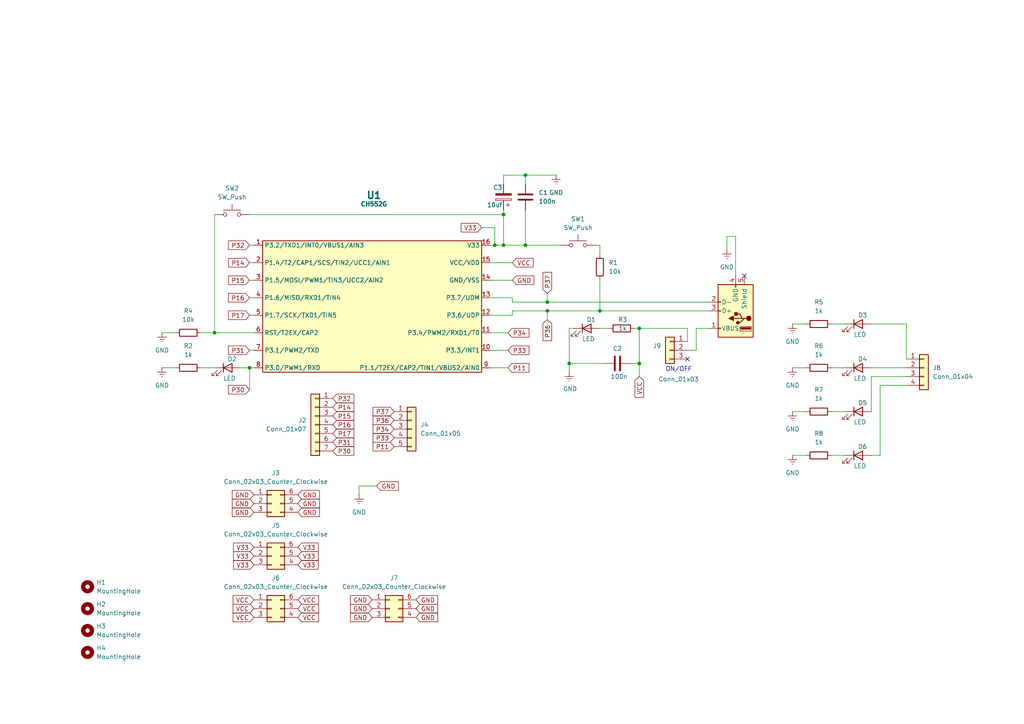
<source format=kicad_sch>
(kicad_sch (version 20231120) (generator "eeschema") (generator_version "8.0")
  (paper "A4")
  (lib_symbols
    (symbol "Connector:USB_A" (pin_names (offset 1.016))
      (property "Reference" "J" (at -5.08 11.43 0))
      (property "Value" "USB_A" (at -5.08 8.89 0))
      (symbol "USB_A_0_1"
        (rectangle (start -5.08 -7.62) (end 5.08 7.62) (stroke (width 0.254)) (fill (type background)))
        (circle (center -3.81 2.159) (radius 0.635) (stroke (width 0.254)) (fill (type outline)))
        (rectangle (start -1.524 4.826) (end -4.318 5.334) (fill (type outline)))
        (rectangle (start -1.27 4.572) (end -4.572 5.842))
        (circle (center -0.635 3.429) (radius 0.381) (stroke (width 0.254)) (fill (type outline)))
        (rectangle (start -0.127 -7.62) (end 0.127 -6.858))
        (polyline (pts (xy -3.175 2.159) (xy -2.54 2.159) (xy -1.27 3.429) (xy -0.635 3.429)) (stroke (width 0.254)))
        (polyline (pts (xy -2.54 2.159) (xy -1.905 2.159) (xy -1.27 0.889) (xy 0 0.889)) (stroke (width 0.254)))
        (polyline (pts (xy 0.635 2.794) (xy 0.635 1.524) (xy 1.905 2.159) (xy 0.635 2.794)) (stroke (width 0.254)) (fill (type outline)))
        (rectangle (start 0.254 1.27) (end -0.508 0.508) (stroke (width 0.254)) (fill (type outline)))
        (rectangle (start 5.08 -2.667) (end 4.318 -2.413))
        (rectangle (start 5.08 -0.127) (end 4.318 0.127))
        (rectangle (start 5.08 4.953) (end 4.318 5.207))
      )
      (symbol "USB_A_1_1"
        (polyline (pts (xy -1.905 2.159) (xy 0.635 2.159)) (stroke (width 0.254)))
        (pin power_in line (at 7.62 5.08 180) (length 2.54) (name "VBUS") (number "1"))
        (pin bidirectional line (at 7.62 -2.54 180) (length 2.54) (name "D-") (number "2"))
        (pin bidirectional line (at 7.62 0 180) (length 2.54) (name "D+") (number "3"))
        (pin power_in line (at 0 -10.16 90) (length 2.54) (name "GND") (number "4"))
        (pin passive line (at -2.54 -10.16 90) (length 2.54) (name "Shield") (number "5"))
      )
    )
    (symbol "Connector_Generic:Conn_01x03" (pin_names (offset 1.016) hide)
      (property "Reference" "J" (at 0 5.08 0))
      (property "Value" "Conn_01x03" (at 0 -5.08 0))
      (symbol "Conn_01x03_1_1"
        (rectangle (start -1.27 -2.413) (end 0 -2.667) (stroke (width 0.1524)))
        (rectangle (start -1.27 0.127) (end 0 -0.127) (stroke (width 0.1524)))
        (rectangle (start -1.27 2.667) (end 0 2.413) (stroke (width 0.1524)))
        (rectangle (start -1.27 3.81) (end 1.27 -3.81) (stroke (width 0.254)) (fill (type background)))
        (pin passive line (at -5.08 2.54 0) (length 3.81) (name "Pin_1") (number "1"))
        (pin passive line (at -5.08 0 0) (length 3.81) (name "Pin_2") (number "2"))
        (pin passive line (at -5.08 -2.54 0) (length 3.81) (name "Pin_3") (number "3"))
      )
    )
    (symbol "Connector_Generic:Conn_01x04" (pin_names (offset 1.016) hide)
      (property "Reference" "J" (at 0 5.08 0))
      (property "Value" "Conn_01x04" (at 0 -7.62 0))
      (symbol "Conn_01x04_1_1"
        (rectangle (start -1.27 -4.953) (end 0 -5.207) (stroke (width 0.1524)))
        (rectangle (start -1.27 -2.413) (end 0 -2.667) (stroke (width 0.1524)))
        (rectangle (start -1.27 0.127) (end 0 -0.127) (stroke (width 0.1524)))
        (rectangle (start -1.27 2.667) (end 0 2.413) (stroke (width 0.1524)))
        (rectangle (start -1.27 3.81) (end 1.27 -6.35) (stroke (width 0.254)) (fill (type background)))
        (pin passive line (at -5.08 2.54 0) (length 3.81) (name "Pin_1") (number "1"))
        (pin passive line (at -5.08 0 0) (length 3.81) (name "Pin_2") (number "2"))
        (pin passive line (at -5.08 -2.54 0) (length 3.81) (name "Pin_3") (number "3"))
        (pin passive line (at -5.08 -5.08 0) (length 3.81) (name "Pin_4") (number "4"))
      )
    )
    (symbol "Connector_Generic:Conn_01x05" (pin_names (offset 1.016) hide)
      (property "Reference" "J" (at 0 7.62 0))
      (property "Value" "Conn_01x05" (at 0 -7.62 0))
      (symbol "Conn_01x05_1_1"
        (rectangle (start -1.27 -4.953) (end 0 -5.207) (stroke (width 0.1524)))
        (rectangle (start -1.27 -2.413) (end 0 -2.667) (stroke (width 0.1524)))
        (rectangle (start -1.27 0.127) (end 0 -0.127) (stroke (width 0.1524)))
        (rectangle (start -1.27 2.667) (end 0 2.413) (stroke (width 0.1524)))
        (rectangle (start -1.27 5.207) (end 0 4.953) (stroke (width 0.1524)))
        (rectangle (start -1.27 6.35) (end 1.27 -6.35) (stroke (width 0.254)) (fill (type background)))
        (pin passive line (at -5.08 5.08 0) (length 3.81) (name "Pin_1") (number "1"))
        (pin passive line (at -5.08 2.54 0) (length 3.81) (name "Pin_2") (number "2"))
        (pin passive line (at -5.08 0 0) (length 3.81) (name "Pin_3") (number "3"))
        (pin passive line (at -5.08 -2.54 0) (length 3.81) (name "Pin_4") (number "4"))
        (pin passive line (at -5.08 -5.08 0) (length 3.81) (name "Pin_5") (number "5"))
      )
    )
    (symbol "Connector_Generic:Conn_01x07" (pin_names (offset 1.016) hide)
      (property "Reference" "J" (at 0 10.16 0))
      (property "Value" "Conn_01x07" (at 0 -10.16 0))
      (symbol "Conn_01x07_1_1"
        (rectangle (start -1.27 -7.493) (end 0 -7.747) (stroke (width 0.1524)))
        (rectangle (start -1.27 -4.953) (end 0 -5.207) (stroke (width 0.1524)))
        (rectangle (start -1.27 -2.413) (end 0 -2.667) (stroke (width 0.1524)))
        (rectangle (start -1.27 0.127) (end 0 -0.127) (stroke (width 0.1524)))
        (rectangle (start -1.27 2.667) (end 0 2.413) (stroke (width 0.1524)))
        (rectangle (start -1.27 5.207) (end 0 4.953) (stroke (width 0.1524)))
        (rectangle (start -1.27 7.747) (end 0 7.493) (stroke (width 0.1524)))
        (rectangle (start -1.27 8.89) (end 1.27 -8.89) (stroke (width 0.254)) (fill (type background)))
        (pin passive line (at -5.08 7.62 0) (length 3.81) (name "Pin_1") (number "1"))
        (pin passive line (at -5.08 5.08 0) (length 3.81) (name "Pin_2") (number "2"))
        (pin passive line (at -5.08 2.54 0) (length 3.81) (name "Pin_3") (number "3"))
        (pin passive line (at -5.08 0 0) (length 3.81) (name "Pin_4") (number "4"))
        (pin passive line (at -5.08 -2.54 0) (length 3.81) (name "Pin_5") (number "5"))
        (pin passive line (at -5.08 -5.08 0) (length 3.81) (name "Pin_6") (number "6"))
        (pin passive line (at -5.08 -7.62 0) (length 3.81) (name "Pin_7") (number "7"))
      )
    )
    (symbol "Connector_Generic:Conn_02x03_Counter_Clockwise" (pin_names (offset 1.016) hide)
      (property "Reference" "J" (at 1.27 5.08 0))
      (property "Value" "Conn_02x03_Counter_Clockwise" (at 1.27 -5.08 0))
      (symbol "Conn_02x03_Counter_Clockwise_1_1"
        (rectangle (start -1.27 -2.413) (end 0 -2.667) (stroke (width 0.1524)))
        (rectangle (start -1.27 0.127) (end 0 -0.127) (stroke (width 0.1524)))
        (rectangle (start -1.27 2.667) (end 0 2.413) (stroke (width 0.1524)))
        (rectangle (start -1.27 3.81) (end 3.81 -3.81) (stroke (width 0.254)) (fill (type background)))
        (rectangle (start 3.81 -2.413) (end 2.54 -2.667) (stroke (width 0.1524)))
        (rectangle (start 3.81 0.127) (end 2.54 -0.127) (stroke (width 0.1524)))
        (rectangle (start 3.81 2.667) (end 2.54 2.413) (stroke (width 0.1524)))
        (pin passive line (at -5.08 2.54 0) (length 3.81) (name "Pin_1") (number "1"))
        (pin passive line (at -5.08 0 0) (length 3.81) (name "Pin_2") (number "2"))
        (pin passive line (at -5.08 -2.54 0) (length 3.81) (name "Pin_3") (number "3"))
        (pin passive line (at 7.62 -2.54 180) (length 3.81) (name "Pin_4") (number "4"))
        (pin passive line (at 7.62 0 180) (length 3.81) (name "Pin_5") (number "5"))
        (pin passive line (at 7.62 2.54 180) (length 3.81) (name "Pin_6") (number "6"))
      )
    )
    (symbol "Device:C" (pin_numbers hide) (pin_names (offset 0.254))
      (property "Reference" "C" (at 0.635 2.54 0))
      (property "Value" "C" (at 0.635 -2.54 0))
      (symbol "C_0_1"
        (polyline (pts (xy -2.032 -0.762) (xy 2.032 -0.762)) (stroke (width 0.508)))
        (polyline (pts (xy -2.032 0.762) (xy 2.032 0.762)) (stroke (width 0.508)))
      )
      (symbol "C_1_1"
        (pin passive line (at 0 3.81 270) (length 2.794) (name "~") (number "1"))
        (pin passive line (at 0 -3.81 90) (length 2.794) (name "~") (number "2"))
      )
    )
    (symbol "Device:C_Polarized" (pin_numbers hide) (pin_names (offset 0.254))
      (property "Reference" "C" (at 0.635 2.54 0))
      (property "Value" "C_Polarized" (at 0.635 -2.54 0))
      (symbol "C_Polarized_0_1"
        (rectangle (start -2.286 0.508) (end 2.286 1.016))
        (polyline (pts (xy -1.778 2.286) (xy -0.762 2.286)))
        (polyline (pts (xy -1.27 2.794) (xy -1.27 1.778)))
        (rectangle (start 2.286 -0.508) (end -2.286 -1.016) (fill (type outline)))
      )
      (symbol "C_Polarized_1_1"
        (pin passive line (at 0 3.81 270) (length 2.794) (name "~") (number "1"))
        (pin passive line (at 0 -3.81 90) (length 2.794) (name "~") (number "2"))
      )
    )
    (symbol "Device:LED" (pin_numbers hide) (pin_names (offset 1.016) hide)
      (property "Reference" "D" (at 0 2.54 0))
      (property "Value" "LED" (at 0 -2.54 0))
      (symbol "LED_0_1"
        (polyline (pts (xy -1.27 -1.27) (xy -1.27 1.27)) (stroke (width 0.254)))
        (polyline (pts (xy -1.27 0) (xy 1.27 0)))
        (polyline (pts (xy 1.27 -1.27) (xy 1.27 1.27) (xy -1.27 0) (xy 1.27 -1.27)) (stroke (width 0.254)))
        (polyline (pts (xy -3.048 -0.762) (xy -4.572 -2.286) (xy -3.81 -2.286) (xy -4.572 -2.286) (xy -4.572 -1.524)))
        (polyline (pts (xy -1.778 -0.762) (xy -3.302 -2.286) (xy -2.54 -2.286) (xy -3.302 -2.286) (xy -3.302 -1.524)))
      )
      (symbol "LED_1_1"
        (pin passive line (at -3.81 0 0) (length 2.54) (name "K") (number "1"))
        (pin passive line (at 3.81 0 180) (length 2.54) (name "A") (number "2"))
      )
    )
    (symbol "Device:R" (pin_numbers hide) (pin_names (offset 0))
      (property "Reference" "R" (at 2.032 0 90))
      (property "Value" "R" (at 0 0 90))
      (symbol "R_0_1"
        (rectangle (start -1.016 -2.54) (end 1.016 2.54) (stroke (width 0.254)))
      )
      (symbol "R_1_1"
        (pin passive line (at 0 3.81 270) (length 1.27) (name "~") (number "1"))
        (pin passive line (at 0 -3.81 90) (length 1.27) (name "~") (number "2"))
      )
    )
    (symbol "Mechanical:MountingHole" (pin_names (offset 1.016)) (exclude_from_sim yes) (in_bom no)
      (property "Reference" "H" (at 0 5.08 0))
      (property "Value" "MountingHole" (at 0 3.175 0))
      (symbol "MountingHole_0_1"
        (circle (center 0 0) (radius 1.27) (stroke (width 1.27)))
      )
    )
    (symbol "Switch:SW_Push" (pin_numbers hide) (pin_names (offset 1.016) hide)
      (property "Reference" "SW" (at 1.27 2.54 0))
      (property "Value" "SW_Push" (at 0 -1.524 0))
      (symbol "SW_Push_0_1"
        (circle (center -2.032 0) (radius 0.508))
        (polyline (pts (xy 0 1.27) (xy 0 3.048)))
        (polyline (pts (xy 2.54 1.27) (xy -2.54 1.27)))
        (circle (center 2.032 0) (radius 0.508))
        (pin passive line (at -5.08 0 0) (length 2.54) (name "1") (number "1"))
        (pin passive line (at 5.08 0 180) (length 2.54) (name "2") (number "2"))
      )
    )
    (symbol "ch552g:CH552G"
      (property "Reference" "IC" (at 2.0066 -6.35 0))
      (property "Value" "CH552G" (at -3.81 13.97 0))
      (symbol "CH552G_0_1"
        (rectangle (start -31.75 12.7) (end 31.75 -25.4) (stroke (width 0.254)) (fill (type background)))
      )
      (symbol "CH552G_1_1"
        (pin bidirectional line (at -34.29 11.43 0) (length 2.54) (name "P3.2/TXD1/INT0/VBUS1/AIN3") (number "1"))
        (pin bidirectional line (at 34.29 -19.05 180) (length 2.54) (name "P3.3/INT1") (number "10"))
        (pin bidirectional line (at 34.29 -13.97 180) (length 2.54) (name "P3.4/PWM2/RXD1/T0") (number "11"))
        (pin bidirectional line (at 34.29 -8.89 180) (length 2.54) (name "P3.6/UDP") (number "12"))
        (pin bidirectional line (at 34.29 -3.81 180) (length 2.54) (name "P3.7/UDM") (number "13"))
        (pin power_in line (at 34.29 1.27 180) (length 2.54) (name "GND/VSS") (number "14"))
        (pin power_in line (at 34.29 6.35 180) (length 2.54) (name "VCC/VDD") (number "15"))
        (pin power_in line (at 34.29 11.43 180) (length 2.54) (name "V33") (number "16"))
        (pin bidirectional line (at -34.29 6.35 0) (length 2.54) (name "P1.4/T2/CAP1/SCS/TIN2/UCC1/AIN1") (number "2"))
        (pin bidirectional line (at -34.29 1.27 0) (length 2.54) (name "P1.5/MOSI/PWM1/TIN3/UCC2/AIN2") (number "3"))
        (pin bidirectional line (at -34.29 -3.81 0) (length 2.54) (name "P1.6/MISO/RXD1/TIN4") (number "4"))
        (pin bidirectional line (at -34.29 -8.89 0) (length 2.54) (name "P1.7/SCK/TXD1/TIN5") (number "5"))
        (pin bidirectional line (at -34.29 -13.97 0) (length 2.54) (name "RST/T2EX/CAP2") (number "6"))
        (pin bidirectional line (at -34.29 -19.05 0) (length 2.54) (name "P3.1/PWM2/TXD") (number "7"))
        (pin bidirectional line (at -34.29 -24.13 0) (length 2.54) (name "P3.0/PWM1/RXD") (number "8"))
        (pin bidirectional line (at 34.29 -24.13 180) (length 2.54) (name "P1.1/T2EX/CAP2/TIN1/VBUS2/AIN0") (number "9"))
      )
    )
    (symbol "power:GNDREF" (power) (pin_numbers hide) (pin_names (offset 0) hide)
      (property "Value" "GNDREF" (at 0 -3.81 0))
      (symbol "GNDREF_0_1"
        (polyline (pts (xy -0.635 -1.905) (xy 0.635 -1.905)))
        (polyline (pts (xy -0.127 -2.54) (xy 0.127 -2.54)))
        (polyline (pts (xy 0 -1.27) (xy 0 0)))
        (polyline (pts (xy 1.27 -1.27) (xy -1.27 -1.27)))
      )
      (symbol "GNDREF_1_1"
        (pin power_in line (at 0 0 270) (length 0) (name "~") (number "1"))
      )
    )
  )
  (junction (at 62.23 96.52))
  (junction (at 158.75 87.63))
  (junction (at 165.1 105.41))
  (junction (at 146.05 62.23))
  (junction (at 72.39 106.68))
  (junction (at 173.99 90.17))
  (junction (at 146.05 71.12))
  (junction (at 143.51 71.12))
  (junction (at 185.42 95.25))
  (junction (at 152.4 50.8))
  (junction (at 158.75 90.17))
  (junction (at 185.42 105.41))
  (junction (at 152.4 71.12))
  (no_connect (at 199.39 104.14))
  (no_connect (at 215.9 80.01))
  (wire (pts (xy 104.14 140.97) (xy 109.22 140.97)))
  (wire (pts (xy 262.89 93.98) (xy 262.89 104.14)))
  (wire (pts (xy 147.32 96.52) (xy 142.24 96.52)))
  (wire (pts (xy 72.39 62.23) (xy 146.05 62.23)))
  (wire (pts (xy 142.24 81.28) (xy 148.59 81.28)))
  (wire (pts (xy 213.36 68.58) (xy 213.36 80.01)))
  (wire (pts (xy 158.75 85.09) (xy 158.75 87.63)))
  (wire (pts (xy 46.99 96.52) (xy 50.8 96.52)))
  (wire (pts (xy 62.23 62.23) (xy 62.23 96.52)))
  (wire (pts (xy 241.3 106.68) (xy 245.11 106.68)))
  (wire (pts (xy 173.99 71.12) (xy 173.99 73.66)))
  (wire (pts (xy 166.37 95.25) (xy 165.1 95.25)))
  (wire (pts (xy 205.74 87.63) (xy 158.75 87.63)))
  (wire (pts (xy 172.72 71.12) (xy 173.99 71.12)))
  (wire (pts (xy 148.59 90.17) (xy 148.59 91.44)))
  (wire (pts (xy 148.59 87.63) (xy 148.59 86.36)))
  (wire (pts (xy 255.27 111.76) (xy 255.27 132.08)))
  (wire (pts (xy 182.88 105.41) (xy 185.42 105.41)))
  (wire (pts (xy 146.05 60.96) (xy 146.05 62.23)))
  (wire (pts (xy 173.99 90.17) (xy 158.75 90.17)))
  (wire (pts (xy 184.15 95.25) (xy 185.42 95.25)))
  (wire (pts (xy 255.27 132.08) (xy 252.73 132.08)))
  (wire (pts (xy 146.05 53.34) (xy 146.05 50.8)))
  (wire (pts (xy 229.87 119.38) (xy 233.68 119.38)))
  (wire (pts (xy 152.4 53.34) (xy 152.4 50.8)))
  (wire (pts (xy 148.59 86.36) (xy 142.24 86.36)))
  (wire (pts (xy 229.87 93.98) (xy 233.68 93.98)))
  (wire (pts (xy 201.93 95.25) (xy 205.74 95.25)))
  (wire (pts (xy 262.89 111.76) (xy 255.27 111.76)))
  (wire (pts (xy 152.4 71.12) (xy 162.56 71.12)))
  (wire (pts (xy 72.39 101.6) (xy 73.66 101.6)))
  (wire (pts (xy 262.89 109.22) (xy 252.73 109.22)))
  (wire (pts (xy 201.93 101.6) (xy 201.93 95.25)))
  (wire (pts (xy 158.75 92.71) (xy 158.75 90.17)))
  (wire (pts (xy 69.85 106.68) (xy 72.39 106.68)))
  (wire (pts (xy 252.73 109.22) (xy 252.73 119.38)))
  (wire (pts (xy 139.7 66.04) (xy 143.51 66.04)))
  (wire (pts (xy 229.87 106.68) (xy 233.68 106.68)))
  (wire (pts (xy 165.1 105.41) (xy 165.1 107.95)))
  (wire (pts (xy 46.99 106.68) (xy 50.8 106.68)))
  (wire (pts (xy 148.59 91.44) (xy 142.24 91.44)))
  (wire (pts (xy 252.73 93.98) (xy 262.89 93.98)))
  (wire (pts (xy 158.75 90.17) (xy 148.59 90.17)))
  (wire (pts (xy 62.23 96.52) (xy 73.66 96.52)))
  (wire (pts (xy 158.75 87.63) (xy 148.59 87.63)))
  (wire (pts (xy 199.39 99.06) (xy 199.39 95.25)))
  (wire (pts (xy 72.39 106.68) (xy 73.66 106.68)))
  (wire (pts (xy 58.42 96.52) (xy 62.23 96.52)))
  (wire (pts (xy 72.39 76.2) (xy 73.66 76.2)))
  (wire (pts (xy 142.24 76.2) (xy 148.59 76.2)))
  (wire (pts (xy 146.05 62.23) (xy 146.05 71.12)))
  (wire (pts (xy 72.39 91.44) (xy 73.66 91.44)))
  (wire (pts (xy 241.3 132.08) (xy 245.11 132.08)))
  (wire (pts (xy 147.32 101.6) (xy 142.24 101.6)))
  (wire (pts (xy 241.3 119.38) (xy 245.11 119.38)))
  (wire (pts (xy 72.39 86.36) (xy 73.66 86.36)))
  (wire (pts (xy 213.36 68.58) (xy 210.82 68.58)))
  (wire (pts (xy 185.42 95.25) (xy 185.42 105.41)))
  (wire (pts (xy 152.4 60.96) (xy 152.4 71.12)))
  (wire (pts (xy 252.73 106.68) (xy 262.89 106.68)))
  (wire (pts (xy 143.51 66.04) (xy 143.51 71.12)))
  (wire (pts (xy 199.39 101.6) (xy 201.93 101.6)))
  (wire (pts (xy 229.87 132.08) (xy 233.68 132.08)))
  (wire (pts (xy 104.14 143.51) (xy 104.14 140.97)))
  (wire (pts (xy 210.82 68.58) (xy 210.82 72.39)))
  (wire (pts (xy 72.39 106.68) (xy 72.39 113.03)))
  (wire (pts (xy 175.26 105.41) (xy 165.1 105.41)))
  (wire (pts (xy 72.39 71.12) (xy 73.66 71.12)))
  (wire (pts (xy 146.05 71.12) (xy 152.4 71.12)))
  (wire (pts (xy 205.74 90.17) (xy 173.99 90.17)))
  (wire (pts (xy 165.1 95.25) (xy 165.1 105.41)))
  (wire (pts (xy 146.05 50.8) (xy 152.4 50.8)))
  (wire (pts (xy 185.42 109.22) (xy 185.42 105.41)))
  (wire (pts (xy 72.39 81.28) (xy 73.66 81.28)))
  (wire (pts (xy 152.4 50.8) (xy 161.29 50.8)))
  (wire (pts (xy 241.3 93.98) (xy 245.11 93.98)))
  (wire (pts (xy 143.51 71.12) (xy 146.05 71.12)))
  (wire (pts (xy 58.42 106.68) (xy 62.23 106.68)))
  (wire (pts (xy 173.99 95.25) (xy 176.53 95.25)))
  (wire (pts (xy 147.32 106.68) (xy 142.24 106.68)))
  (wire (pts (xy 142.24 71.12) (xy 143.51 71.12)))
  (wire (pts (xy 173.99 81.28) (xy 173.99 90.17)))
  (wire (pts (xy 185.42 95.25) (xy 199.39 95.25)))
  (text "ON/OFF" (at 196.85 107.188 0) (effects (font (size 1.27 1.27))))
  (global_label "V33" (shape input) (at 139.7 66.04 180) (property "Intersheetrefs" "${INTERSHEET_REFS}" (effects (hide yes))))
  (global_label "GND" (shape input) (at 73.66 143.51 180) (property "Intersheetrefs" "${INTERSHEET_REFS}" (effects (hide yes))))
  (global_label "GND" (shape input) (at 120.65 179.07 0) (property "Intersheetrefs" "${INTERSHEET_REFS}" (effects (hide yes))))
  (global_label "P32" (shape input) (at 72.39 71.12 180) (property "Intersheetrefs" "${INTERSHEET_REFS}" (effects (hide yes))))
  (global_label "GND" (shape input) (at 107.95 176.53 180) (property "Intersheetrefs" "${INTERSHEET_REFS}" (effects (hide yes))))
  (global_label "P36" (shape input) (at 114.3 121.92 180) (property "Intersheetrefs" "${INTERSHEET_REFS}" (effects (hide yes))))
  (global_label "V33" (shape input) (at 73.66 163.83 180) (property "Intersheetrefs" "${INTERSHEET_REFS}" (effects (hide yes))))
  (global_label "P33" (shape input) (at 147.32 101.6 0) (property "Intersheetrefs" "${INTERSHEET_REFS}" (effects (hide yes))))
  (global_label "V33" (shape input) (at 73.66 158.75 180) (property "Intersheetrefs" "${INTERSHEET_REFS}" (effects (hide yes))))
  (global_label "VCC" (shape input) (at 148.59 76.2 0) (property "Intersheetrefs" "${INTERSHEET_REFS}" (effects (hide yes))))
  (global_label "P16" (shape input) (at 96.52 123.19 0) (property "Intersheetrefs" "${INTERSHEET_REFS}" (effects (hide yes))))
  (global_label "P11" (shape input) (at 147.32 106.68 0) (property "Intersheetrefs" "${INTERSHEET_REFS}" (effects (hide yes))))
  (global_label "P32" (shape input) (at 96.52 115.57 0) (property "Intersheetrefs" "${INTERSHEET_REFS}" (effects (hide yes))))
  (global_label "P33" (shape input) (at 114.3 127 180) (property "Intersheetrefs" "${INTERSHEET_REFS}" (effects (hide yes))))
  (global_label "GND" (shape input) (at 148.59 81.28 0) (property "Intersheetrefs" "${INTERSHEET_REFS}" (effects (hide yes))))
  (global_label "GND" (shape input) (at 86.36 148.59 0) (property "Intersheetrefs" "${INTERSHEET_REFS}" (effects (hide yes))))
  (global_label "VCC" (shape input) (at 185.42 109.22 270) (property "Intersheetrefs" "${INTERSHEET_REFS}" (effects (hide yes))))
  (global_label "GND" (shape input) (at 73.66 148.59 180) (property "Intersheetrefs" "${INTERSHEET_REFS}" (effects (hide yes))))
  (global_label "GND" (shape input) (at 73.66 146.05 180) (property "Intersheetrefs" "${INTERSHEET_REFS}" (effects (hide yes))))
  (global_label "GND" (shape input) (at 107.95 179.07 180) (property "Intersheetrefs" "${INTERSHEET_REFS}" (effects (hide yes))))
  (global_label "P15" (shape input) (at 96.52 120.65 0) (property "Intersheetrefs" "${INTERSHEET_REFS}" (effects (hide yes))))
  (global_label "P15" (shape input) (at 72.39 81.28 180) (property "Intersheetrefs" "${INTERSHEET_REFS}" (effects (hide yes))))
  (global_label "VCC" (shape input) (at 86.36 173.99 0) (property "Intersheetrefs" "${INTERSHEET_REFS}" (effects (hide yes))))
  (global_label "P11" (shape input) (at 114.3 129.54 180) (property "Intersheetrefs" "${INTERSHEET_REFS}" (effects (hide yes))))
  (global_label "P17" (shape input) (at 96.52 125.73 0) (property "Intersheetrefs" "${INTERSHEET_REFS}" (effects (hide yes))))
  (global_label "P36" (shape input) (at 158.75 92.71 270) (property "Intersheetrefs" "${INTERSHEET_REFS}" (effects (hide yes))))
  (global_label "P14" (shape input) (at 72.39 76.2 180) (property "Intersheetrefs" "${INTERSHEET_REFS}" (effects (hide yes))))
  (global_label "GND" (shape input) (at 86.36 146.05 0) (property "Intersheetrefs" "${INTERSHEET_REFS}" (effects (hide yes))))
  (global_label "P37" (shape input) (at 158.75 85.09 90) (property "Intersheetrefs" "${INTERSHEET_REFS}" (effects (hide yes))))
  (global_label "VCC" (shape input) (at 86.36 179.07 0) (property "Intersheetrefs" "${INTERSHEET_REFS}" (effects (hide yes))))
  (global_label "P34" (shape input) (at 114.3 124.46 180) (property "Intersheetrefs" "${INTERSHEET_REFS}" (effects (hide yes))))
  (global_label "P30" (shape input) (at 96.52 130.81 0) (property "Intersheetrefs" "${INTERSHEET_REFS}" (effects (hide yes))))
  (global_label "VCC" (shape input) (at 73.66 176.53 180) (property "Intersheetrefs" "${INTERSHEET_REFS}" (effects (hide yes))))
  (global_label "VCC" (shape input) (at 73.66 179.07 180) (property "Intersheetrefs" "${INTERSHEET_REFS}" (effects (hide yes))))
  (global_label "P30" (shape input) (at 72.39 113.03 180) (property "Intersheetrefs" "${INTERSHEET_REFS}" (effects (hide yes))))
  (global_label "V33" (shape input) (at 86.36 161.29 0) (property "Intersheetrefs" "${INTERSHEET_REFS}" (effects (hide yes))))
  (global_label "VCC" (shape input) (at 73.66 173.99 180) (property "Intersheetrefs" "${INTERSHEET_REFS}" (effects (hide yes))))
  (global_label "GND" (shape input) (at 120.65 176.53 0) (property "Intersheetrefs" "${INTERSHEET_REFS}" (effects (hide yes))))
  (global_label "V33" (shape input) (at 73.66 161.29 180) (property "Intersheetrefs" "${INTERSHEET_REFS}" (effects (hide yes))))
  (global_label "P14" (shape input) (at 96.52 118.11 0) (property "Intersheetrefs" "${INTERSHEET_REFS}" (effects (hide yes))))
  (global_label "GND" (shape input) (at 120.65 173.99 0) (property "Intersheetrefs" "${INTERSHEET_REFS}" (effects (hide yes))))
  (global_label "P37" (shape input) (at 114.3 119.38 180) (property "Intersheetrefs" "${INTERSHEET_REFS}" (effects (hide yes))))
  (global_label "P34" (shape input) (at 147.32 96.52 0) (property "Intersheetrefs" "${INTERSHEET_REFS}" (effects (hide yes))))
  (global_label "P17" (shape input) (at 72.39 91.44 180) (property "Intersheetrefs" "${INTERSHEET_REFS}" (effects (hide yes))))
  (global_label "GND" (shape input) (at 86.36 143.51 0) (property "Intersheetrefs" "${INTERSHEET_REFS}" (effects (hide yes))))
  (global_label "P16" (shape input) (at 72.39 86.36 180) (property "Intersheetrefs" "${INTERSHEET_REFS}" (effects (hide yes))))
  (global_label "P31" (shape input) (at 96.52 128.27 0) (property "Intersheetrefs" "${INTERSHEET_REFS}" (effects (hide yes))))
  (global_label "V33" (shape input) (at 86.36 163.83 0) (property "Intersheetrefs" "${INTERSHEET_REFS}" (effects (hide yes))))
  (global_label "V33" (shape input) (at 86.36 158.75 0) (property "Intersheetrefs" "${INTERSHEET_REFS}" (effects (hide yes))))
  (global_label "GND" (shape input) (at 107.95 173.99 180) (property "Intersheetrefs" "${INTERSHEET_REFS}" (effects (hide yes))))
  (global_label "P31" (shape input) (at 72.39 101.6 180) (property "Intersheetrefs" "${INTERSHEET_REFS}" (effects (hide yes))))
  (global_label "VCC" (shape input) (at 86.36 176.53 0) (property "Intersheetrefs" "${INTERSHEET_REFS}" (effects (hide yes))))
  (global_label "GND" (shape input) (at 109.22 140.97 0) (property "Intersheetrefs" "${INTERSHEET_REFS}" (effects (hide yes))))
  (symbol (lib_id "Device:R") (at 54.61 96.52 90) (unit 1)
    (property "Reference" "R4" (at 54.61 90.17 90))
    (property "Value" "10k" (at 54.61 92.71 90))
    (property "Footprint" "Resistor_SMD:R_0805_2012Metric_Pad1.20x1.40mm_HandSolder" (effects (hide yes)))
    (property "Description" "Resistor" (effects (hide yes)))
  )
  (symbol (lib_id "Device:LED") (at 248.92 106.68 0) (unit 1)
    (property "Reference" "D4" (at 250.19 104.14 0))
    (property "Value" "LED" (at 249.428 109.728 0))
    (property "Footprint" "LED_SMD:LED_0805_2012Metric_Pad1.15x1.40mm_HandSolder" (effects (hide yes)))
    (property "Description" "Light emitting diode" (effects (hide yes)))
  )
  (symbol (lib_id "Device:C") (at 179.07 105.41 90) (unit 1)
    (property "Reference" "C2" (at 179.07 101.092 90))
    (property "Value" "100n" (at 179.578 109.22 90))
    (property "Footprint" "Capacitor_SMD:C_1206_3216Metric_Pad1.33x1.80mm_HandSolder" (effects (hide yes)))
    (property "Description" "Unpolarized capacitor" (effects (hide yes)))
  )
  (symbol (lib_id "Connector_Generic:Conn_02x03_Counter_Clockwise") (at 78.74 176.53 0) (unit 1)
    (property "Reference" "J6" (at 80.01 167.64 0))
    (property "Value" "Conn_02x03_Counter_Clockwise" (at 80.01 170.18 0))
    (property "Footprint" "Connector_PinHeader_2.54mm:PinHeader_2x03_P2.54mm_Vertical" (effects (hide yes)))
    (property "Description" "Generic connector, double row, 02x03, counter clockwise pin numbering scheme (similar to DIP package numbering), script generated (kicad-library-utils/schlib/autogen/connector/)" (effects (hide yes)))
  )
  (symbol (lib_id "Device:C") (at 152.4 57.15 0) (unit 1)
    (property "Reference" "C1" (at 156.21 55.8799 0) (effects (justify left)))
    (property "Value" "100n" (at 156.21 58.4199 0) (effects (justify left)))
    (property "Footprint" "Capacitor_SMD:C_1206_3216Metric_Pad1.33x1.80mm_HandSolder" (effects (hide yes)))
    (property "Description" "Unpolarized capacitor" (effects (hide yes)))
  )
  (symbol (lib_id "Mechanical:MountingHole") (at 25.4 189.23 0) (unit 1) (exclude_from_sim yes) (in_bom no)
    (property "Reference" "H4" (at 27.94 187.9599 0) (effects (justify left)))
    (property "Value" "MountingHole" (at 27.94 190.4999 0) (effects (justify left)))
    (property "Footprint" "MountingHole:MountingHole_3mm" (effects (hide yes)))
    (property "Description" "Mounting Hole without connection" (effects (hide yes)))
  )
  (symbol (lib_id "Device:LED") (at 248.92 119.38 0) (unit 1)
    (property "Reference" "D5" (at 250.19 116.84 0))
    (property "Value" "LED" (at 249.428 122.428 0))
    (property "Footprint" "LED_SMD:LED_0805_2012Metric_Pad1.15x1.40mm_HandSolder" (effects (hide yes)))
    (property "Description" "Light emitting diode" (effects (hide yes)))
  )
  (symbol (lib_id "Device:R") (at 180.34 95.25 90) (unit 1)
    (property "Reference" "R3" (at 180.594 92.71 90))
    (property "Value" "1k" (at 180.594 95.25 90))
    (property "Footprint" "Resistor_SMD:R_0805_2012Metric_Pad1.20x1.40mm_HandSolder" (effects (hide yes)))
    (property "Description" "Resistor" (effects (hide yes)))
  )
  (symbol (lib_id "Mechanical:MountingHole") (at 25.4 176.53 0) (unit 1) (exclude_from_sim yes) (in_bom no)
    (property "Reference" "H2" (at 27.94 175.2599 0) (effects (justify left)))
    (property "Value" "MountingHole" (at 27.94 177.7999 0) (effects (justify left)))
    (property "Footprint" "MountingHole:MountingHole_3mm" (effects (hide yes)))
    (property "Description" "Mounting Hole without connection" (effects (hide yes)))
  )
  (symbol (lib_id "Switch:SW_Push") (at 167.64 71.12 0) (unit 1)
    (property "Reference" "SW1" (at 167.64 63.5 0))
    (property "Value" "SW_Push" (at 167.64 66.04 0))
    (property "Footprint" "Button_Switch_THT:SW_PUSH_6mm_H4.3mm" (effects (hide yes)))
    (property "Description" "Push button switch, generic, two pins" (effects (hide yes)))
  )
  (symbol (lib_id "power:GNDREF") (at 229.87 106.68 0) (unit 1)
    (property "Reference" "#PWR08" (effects (hide yes)))
    (property "Value" "GND" (at 229.87 111.76 0))
    (property "Description" "Power symbol creates a global label with name \"GNDREF\" , reference supply ground" (effects (hide yes)))
  )
  (symbol (lib_id "power:GNDREF") (at 210.82 72.39 0) (unit 1)
    (property "Reference" "#PWR01" (effects (hide yes)))
    (property "Value" "GND" (at 210.82 77.47 0))
    (property "Description" "Power symbol creates a global label with name \"GNDREF\" , reference supply ground" (effects (hide yes)))
  )
  (symbol (lib_id "power:GNDREF") (at 229.87 93.98 0) (unit 1)
    (property "Reference" "#PWR02" (effects (hide yes)))
    (property "Value" "GND" (at 229.87 99.06 0))
    (property "Description" "Power symbol creates a global label with name \"GNDREF\" , reference supply ground" (effects (hide yes)))
  )
  (symbol (lib_id "Connector_Generic:Conn_02x03_Counter_Clockwise") (at 78.74 161.29 0) (unit 1)
    (property "Reference" "J5" (at 80.01 152.4 0))
    (property "Value" "Conn_02x03_Counter_Clockwise" (at 80.01 154.94 0))
    (property "Footprint" "Connector_PinHeader_2.54mm:PinHeader_2x03_P2.54mm_Vertical" (effects (hide yes)))
    (property "Description" "Generic connector, double row, 02x03, counter clockwise pin numbering scheme (similar to DIP package numbering), script generated (kicad-library-utils/schlib/autogen/connector/)" (effects (hide yes)))
  )
  (symbol (lib_id "Device:LED") (at 248.92 93.98 0) (unit 1)
    (property "Reference" "D3" (at 250.19 91.44 0))
    (property "Value" "LED" (at 249.428 97.028 0))
    (property "Footprint" "LED_SMD:LED_0805_2012Metric_Pad1.15x1.40mm_HandSolder" (effects (hide yes)))
    (property "Description" "Light emitting diode" (effects (hide yes)))
  )
  (symbol (lib_id "power:GNDREF") (at 46.99 106.68 0) (unit 1)
    (property "Reference" "#PWR05" (effects (hide yes)))
    (property "Value" "GND" (at 46.99 111.76 0))
    (property "Description" "Power symbol creates a global label with name \"GNDREF\" , reference supply ground" (effects (hide yes)))
  )
  (symbol (lib_id "Connector_Generic:Conn_01x05") (at 119.38 124.46 0) (unit 1)
    (property "Reference" "J4" (at 121.92 123.1899 0) (effects (justify left)))
    (property "Value" "Conn_01x05" (at 121.92 125.7299 0) (effects (justify left)))
    (property "Footprint" "Connector_PinHeader_2.54mm:PinHeader_1x05_P2.54mm_Vertical" (effects (hide yes)))
    (property "Description" "Generic connector, single row, 01x05, script generated (kicad-library-utils/schlib/autogen/connector/)" (effects (hide yes)))
  )
  (symbol (lib_id "Mechanical:MountingHole") (at 25.4 182.88 0) (unit 1) (exclude_from_sim yes) (in_bom no)
    (property "Reference" "H3" (at 27.94 181.6099 0) (effects (justify left)))
    (property "Value" "MountingHole" (at 27.94 184.1499 0) (effects (justify left)))
    (property "Footprint" "MountingHole:MountingHole_3mm" (effects (hide yes)))
    (property "Description" "Mounting Hole without connection" (effects (hide yes)))
  )
  (symbol (lib_id "Device:LED") (at 248.92 132.08 0) (unit 1)
    (property "Reference" "D6" (at 250.19 129.54 0))
    (property "Value" "LED" (at 249.428 135.128 0))
    (property "Footprint" "LED_SMD:LED_0805_2012Metric_Pad1.15x1.40mm_HandSolder" (effects (hide yes)))
    (property "Description" "Light emitting diode" (effects (hide yes)))
  )
  (symbol (lib_id "power:GNDREF") (at 165.1 107.95 0) (unit 1)
    (property "Reference" "#PWR04" (effects (hide yes)))
    (property "Value" "GND" (at 165.354 112.776 0))
    (property "Description" "Power symbol creates a global label with name \"GNDREF\" , reference supply ground" (effects (hide yes)))
  )
  (symbol (lib_id "Switch:SW_Push") (at 67.31 62.23 0) (unit 1)
    (property "Reference" "SW2" (at 67.31 54.61 0))
    (property "Value" "SW_Push" (at 67.31 57.15 0))
    (property "Footprint" "Button_Switch_THT:SW_PUSH_6mm_H4.3mm" (effects (hide yes)))
    (property "Description" "Push button switch, generic, two pins" (effects (hide yes)))
  )
  (symbol (lib_id "Connector_Generic:Conn_01x07") (at 91.44 123.19 0) (mirror y) (unit 1)
    (property "Reference" "J2" (at 88.9 121.9199 0) (effects (justify left)))
    (property "Value" "Conn_01x07" (at 88.9 124.4599 0) (effects (justify left)))
    (property "Footprint" "Connector_PinHeader_2.54mm:PinHeader_1x07_P2.54mm_Vertical" (effects (hide yes)))
    (property "Description" "Generic connector, single row, 01x07, script generated (kicad-library-utils/schlib/autogen/connector/)" (effects (hide yes)))
  )
  (symbol (lib_id "Device:R") (at 54.61 106.68 90) (unit 1)
    (property "Reference" "R2" (at 54.61 100.33 90))
    (property "Value" "1k" (at 54.61 102.87 90))
    (property "Footprint" "Resistor_SMD:R_0805_2012Metric_Pad1.20x1.40mm_HandSolder" (effects (hide yes)))
    (property "Description" "Resistor" (effects (hide yes)))
  )
  (symbol (lib_id "Device:R") (at 237.49 93.98 90) (unit 1)
    (property "Reference" "R5" (at 237.49 87.63 90))
    (property "Value" "1k" (at 237.49 90.17 90))
    (property "Footprint" "Resistor_SMD:R_0805_2012Metric_Pad1.20x1.40mm_HandSolder" (effects (hide yes)))
    (property "Description" "Resistor" (effects (hide yes)))
  )
  (symbol (lib_id "power:GNDREF") (at 161.29 50.8 0) (unit 1)
    (property "Reference" "#PWR03" (effects (hide yes)))
    (property "Value" "GND" (at 161.29 55.88 0))
    (property "Description" "Power symbol creates a global label with name \"GNDREF\" , reference supply ground" (effects (hide yes)))
  )
  (symbol (lib_id "Device:R") (at 237.49 106.68 90) (unit 1)
    (property "Reference" "R6" (at 237.49 100.33 90))
    (property "Value" "1k" (at 237.49 102.87 90))
    (property "Footprint" "Resistor_SMD:R_0805_2012Metric_Pad1.20x1.40mm_HandSolder" (effects (hide yes)))
    (property "Description" "Resistor" (effects (hide yes)))
  )
  (symbol (lib_id "power:GNDREF") (at 229.87 119.38 0) (unit 1)
    (property "Reference" "#PWR09" (effects (hide yes)))
    (property "Value" "GND" (at 229.87 124.46 0))
    (property "Description" "Power symbol creates a global label with name \"GNDREF\" , reference supply ground" (effects (hide yes)))
  )
  (symbol (lib_id "Connector:USB_A") (at 213.36 90.17 180) (unit 1)
    (property "Reference" "J1" (effects (hide yes)))
    (property "Value" "USB1" (effects (hide yes)))
    (property "Footprint" "Library:USB_A_Molex_67643_Horizontal" (effects (hide yes)))
    (property "Description" "USB Type A connector" (effects (hide yes)))
  )
  (symbol (lib_id "Connector_Generic:Conn_01x03") (at 194.31 101.6 0) (mirror y) (unit 1)
    (property "Reference" "J9" (at 191.77 100.3299 0) (effects (justify left)))
    (property "Value" "Conn_01x03" (at 202.692 109.982 0) (effects (justify left)))
    (property "Footprint" "Connector_PinHeader_2.54mm:PinHeader_1x03_P2.54mm_Vertical" (effects (hide yes)))
    (property "Description" "Generic connector, single row, 01x03, script generated (kicad-library-utils/schlib/autogen/connector/)" (effects (hide yes)))
  )
  (symbol (lib_id "power:GNDREF") (at 104.14 143.51 0) (unit 1)
    (property "Reference" "#PWR07" (effects (hide yes)))
    (property "Value" "GND" (at 104.14 148.59 0))
    (property "Description" "Power symbol creates a global label with name \"GNDREF\" , reference supply ground" (effects (hide yes)))
  )
  (symbol (lib_id "Device:R") (at 173.99 77.47 0) (unit 1)
    (property "Reference" "R1" (at 176.53 76.1999 0) (effects (justify left)))
    (property "Value" "10k" (at 176.53 78.7399 0) (effects (justify left)))
    (property "Footprint" "Resistor_SMD:R_0805_2012Metric_Pad1.20x1.40mm_HandSolder" (effects (hide yes)))
    (property "Description" "Resistor" (effects (hide yes)))
  )
  (symbol (lib_id "Mechanical:MountingHole") (at 25.4 170.18 0) (unit 1) (exclude_from_sim yes) (in_bom no)
    (property "Reference" "H1" (at 27.94 168.9099 0) (effects (justify left)))
    (property "Value" "MountingHole" (at 27.94 171.4499 0) (effects (justify left)))
    (property "Footprint" "MountingHole:MountingHole_3mm" (effects (hide yes)))
    (property "Description" "Mounting Hole without connection" (effects (hide yes)))
  )
  (symbol (lib_id "Connector_Generic:Conn_02x03_Counter_Clockwise") (at 78.74 146.05 0) (unit 1)
    (property "Reference" "J3" (at 80.01 137.16 0))
    (property "Value" "Conn_02x03_Counter_Clockwise" (at 80.01 139.7 0))
    (property "Footprint" "Connector_PinHeader_2.54mm:PinHeader_2x03_P2.54mm_Vertical" (effects (hide yes)))
    (property "Description" "Generic connector, double row, 02x03, counter clockwise pin numbering scheme (similar to DIP package numbering), script generated (kicad-library-utils/schlib/autogen/connector/)" (effects (hide yes)))
  )
  (symbol (lib_id "Device:LED") (at 170.18 95.25 0) (unit 1)
    (property "Reference" "D1" (at 171.45 92.71 0))
    (property "Value" "LED" (at 170.688 98.298 0))
    (property "Footprint" "LED_SMD:LED_0805_2012Metric_Pad1.15x1.40mm_HandSolder" (effects (hide yes)))
    (property "Description" "Light emitting diode" (effects (hide yes)))
  )
  (symbol (lib_id "Connector_Generic:Conn_02x03_Counter_Clockwise") (at 113.03 176.53 0) (unit 1)
    (property "Reference" "J7" (at 114.3 167.64 0))
    (property "Value" "Conn_02x03_Counter_Clockwise" (at 114.3 170.18 0))
    (property "Footprint" "Connector_PinHeader_2.54mm:PinHeader_2x03_P2.54mm_Vertical" (effects (hide yes)))
    (property "Description" "Generic connector, double row, 02x03, counter clockwise pin numbering scheme (similar to DIP package numbering), script generated (kicad-library-utils/schlib/autogen/connector/)" (effects (hide yes)))
  )
  (symbol (lib_id "power:GNDREF") (at 229.87 132.08 0) (unit 1)
    (property "Reference" "#PWR010" (effects (hide yes)))
    (property "Value" "GND" (at 229.87 137.16 0))
    (property "Description" "Power symbol creates a global label with name \"GNDREF\" , reference supply ground" (effects (hide yes)))
  )
  (symbol (lib_id "Device:C_Polarized") (at 146.05 57.15 180) (unit 1)
    (property "Reference" "C3" (at 143.002 54.356 0) (effects (justify right)))
    (property "Value" "10uf" (at 141.224 59.436 0) (effects (justify right)))
    (property "Footprint" "Capacitor_SMD:C_0805_2012Metric_Pad1.18x1.45mm_HandSolder" (effects (hide yes)))
    (property "Description" "Polarized capacitor" (effects (hide yes)))
  )
  (symbol (lib_id "Device:R") (at 237.49 132.08 90) (unit 1)
    (property "Reference" "R8" (at 237.49 125.73 90))
    (property "Value" "1k" (at 237.49 128.27 90))
    (property "Footprint" "Resistor_SMD:R_0805_2012Metric_Pad1.20x1.40mm_HandSolder" (effects (hide yes)))
    (property "Description" "Resistor" (effects (hide yes)))
  )
  (symbol (lib_id "Device:LED") (at 66.04 106.68 0) (unit 1)
    (property "Reference" "D2" (at 67.31 104.14 0))
    (property "Value" "LED" (at 66.548 109.728 0))
    (property "Footprint" "LED_SMD:LED_0805_2012Metric_Pad1.15x1.40mm_HandSolder" (effects (hide yes)))
    (property "Description" "Light emitting diode" (effects (hide yes)))
  )
  (symbol (lib_id "Device:R") (at 237.49 119.38 90) (unit 1)
    (property "Reference" "R7" (at 237.49 113.03 90))
    (property "Value" "1k" (at 237.49 115.57 90))
    (property "Footprint" "Resistor_SMD:R_0805_2012Metric_Pad1.20x1.40mm_HandSolder" (effects (hide yes)))
    (property "Description" "Resistor" (effects (hide yes)))
  )
  (symbol (lib_id "ch552g:CH552G") (at 107.95 82.55 0) (unit 1)
    (property "Reference" "U1" (at 108.458 56.642 0) (effects (font (size 2.0066 2.0066) (bold yes))))
    (property "Value" "CH552G" (at 108.458 59.182 0) (effects (font (bold yes))))
    (property "Footprint" "Package_SO:SOP-16_4.55x10.3mm_P1.27mm" (effects (hide yes)))
    (property "Datasheet" "https://datasheet.lcsc.com/szlcsc/1812131556_Jiangsu-Qin-Heng-CH552G_C111292.pdf" (effects (hide yes)))
    (property "Description" "microcontroller, USB, SOP-16, SOP16, SOIC-16, 8-bit" (effects (hide yes)))
  )
  (symbol (lib_id "power:GNDREF") (at 46.99 96.52 0) (unit 1)
    (property "Reference" "#PWR06" (effects (hide yes)))
    (property "Value" "GND" (at 46.99 101.6 0))
    (property "Description" "Power symbol creates a global label with name \"GNDREF\" , reference supply ground" (effects (hide yes)))
  )
  (symbol (lib_id "Connector_Generic:Conn_01x04") (at 267.97 106.68 0) (unit 1)
    (property "Reference" "J8" (at 270.51 106.6799 0) (effects (justify left)))
    (property "Value" "Conn_01x04" (at 270.51 109.2199 0) (effects (justify left)))
    (property "Footprint" "Connector_PinHeader_2.54mm:PinHeader_1x04_P2.54mm_Vertical" (effects (hide yes)))
    (property "Description" "Generic connector, single row, 01x04, script generated (kicad-library-utils/schlib/autogen/connector/)" (effects (hide yes)))
  )
)
</source>
